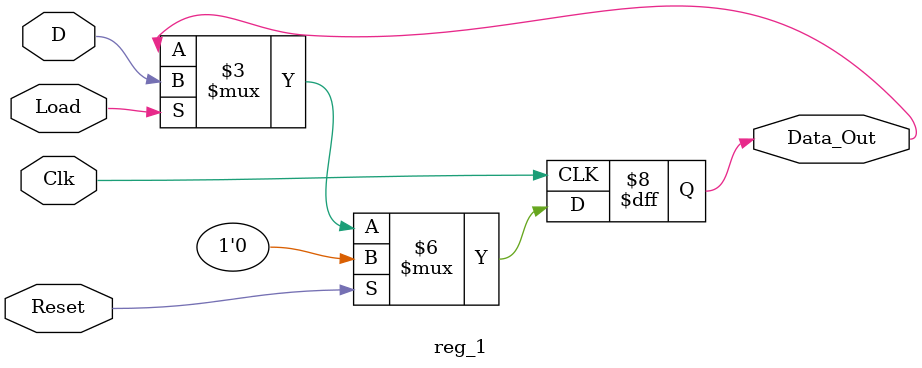
<source format=sv>


module reg_8 (input  logic Clk, Reset, Shift_In, Load, Shift_En,
              input  logic [7:0]  D,
              output logic Shift_Out,
              output logic [7:0]  Data_Out);

    always_ff @ (posedge Clk)
    begin
	 	 if (Reset) //notice, this is a sycnrhonous reset, which is recommended on the FPGA
			  Data_Out <= 8'h0;
		 else if (Load)
			  Data_Out <= D;
		 else if (Shift_En)
		 begin
			  //concatenate shifted in data to the previous left-most 3 bits
			  //note this works because we are in always_ff procedure block
			  Data_Out <= { Shift_In, Data_Out[7:1] }; 
	    end
    end
	
    assign Shift_Out = Data_Out[0];

endmodule



//a one bit register
module reg_1 (input  logic Clk, Reset, Load,
              input  logic  D,
              output logic Data_Out);

    always_ff @ (posedge Clk)
    begin
	 	 if (Reset) //notice, this is a sycnrhonous reset, which is recommended on the FPGA
			  Data_Out <= 1'h0;
			  
			  //if there is a load, then load 
		 else if (Load)
			  Data_Out <= D;
			  
			  //otherwise keep the same thing
		 else 
			  Data_Out <= Data_Out;
    end

endmodule

</source>
